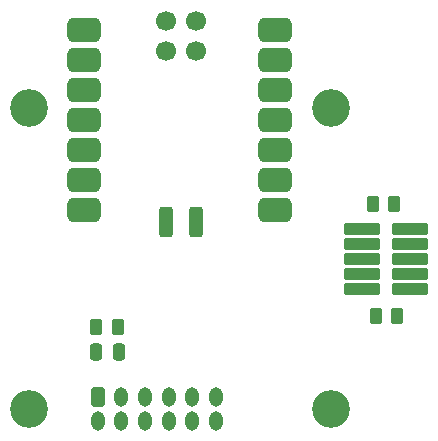
<source format=gbr>
%TF.GenerationSoftware,KiCad,Pcbnew,8.0.8*%
%TF.CreationDate,2025-05-27T15:32:41+02:00*%
%TF.ProjectId,gFocus,67466f63-7573-42e6-9b69-6361645f7063,rev?*%
%TF.SameCoordinates,Original*%
%TF.FileFunction,Soldermask,Top*%
%TF.FilePolarity,Negative*%
%FSLAX46Y46*%
G04 Gerber Fmt 4.6, Leading zero omitted, Abs format (unit mm)*
G04 Created by KiCad (PCBNEW 8.0.8) date 2025-05-27 15:32:41*
%MOMM*%
%LPD*%
G01*
G04 APERTURE LIST*
G04 Aperture macros list*
%AMRoundRect*
0 Rectangle with rounded corners*
0 $1 Rounding radius*
0 $2 $3 $4 $5 $6 $7 $8 $9 X,Y pos of 4 corners*
0 Add a 4 corners polygon primitive as box body*
4,1,4,$2,$3,$4,$5,$6,$7,$8,$9,$2,$3,0*
0 Add four circle primitives for the rounded corners*
1,1,$1+$1,$2,$3*
1,1,$1+$1,$4,$5*
1,1,$1+$1,$6,$7*
1,1,$1+$1,$8,$9*
0 Add four rect primitives between the rounded corners*
20,1,$1+$1,$2,$3,$4,$5,0*
20,1,$1+$1,$4,$5,$6,$7,0*
20,1,$1+$1,$6,$7,$8,$9,0*
20,1,$1+$1,$8,$9,$2,$3,0*%
G04 Aperture macros list end*
%ADD10RoundRect,0.525400X-0.900400X-0.525400X0.900400X-0.525400X0.900400X0.525400X-0.900400X0.525400X0*%
%ADD11RoundRect,0.300400X0.300400X-1.000400X0.300400X1.000400X-0.300400X1.000400X-0.300400X-1.000400X0*%
%ADD12C,1.700000*%
%ADD13C,3.200000*%
%ADD14RoundRect,0.250000X0.262500X0.450000X-0.262500X0.450000X-0.262500X-0.450000X0.262500X-0.450000X0*%
%ADD15RoundRect,0.102000X1.395000X-0.370000X1.395000X0.370000X-1.395000X0.370000X-1.395000X-0.370000X0*%
%ADD16RoundRect,0.250000X-0.262500X-0.450000X0.262500X-0.450000X0.262500X0.450000X-0.262500X0.450000X0*%
%ADD17RoundRect,0.250000X0.250000X0.475000X-0.250000X0.475000X-0.250000X-0.475000X0.250000X-0.475000X0*%
%ADD18RoundRect,0.250000X-0.350000X-0.575000X0.350000X-0.575000X0.350000X0.575000X-0.350000X0.575000X0*%
%ADD19O,1.200000X1.650000*%
G04 APERTURE END LIST*
D10*
%TO.C,U7*%
X137812006Y-78280000D03*
X137812006Y-80820000D03*
X137812006Y-83360000D03*
X137812006Y-85900000D03*
X137812006Y-88440000D03*
X137812006Y-90980000D03*
X137812006Y-93520000D03*
X153977006Y-93520000D03*
X153977006Y-90980000D03*
X153977006Y-88440000D03*
X153977006Y-85900000D03*
X153977006Y-83360000D03*
X153977006Y-80820000D03*
X153977006Y-78280000D03*
D11*
X144724006Y-94539700D03*
X147264006Y-94539700D03*
D12*
X144724006Y-77521700D03*
X147264006Y-77521700D03*
X144724006Y-80061700D03*
X147264006Y-80061700D03*
%TD*%
D13*
%TO.C,H2*%
X158650000Y-110400000D03*
%TD*%
D14*
%TO.C,R7*%
X162225000Y-93025000D03*
X164050000Y-93025000D03*
%TD*%
D13*
%TO.C,H1*%
X133150000Y-110400000D03*
%TD*%
%TO.C,H3*%
X158650000Y-84900000D03*
%TD*%
%TO.C,H4*%
X133150000Y-84900000D03*
%TD*%
D15*
%TO.C,J1*%
X161337500Y-95195000D03*
X165407500Y-95195000D03*
X161337500Y-96465000D03*
X165407500Y-96465000D03*
X161337500Y-97735000D03*
X165407500Y-97735000D03*
X161337500Y-99005000D03*
X165407500Y-99005000D03*
X161337500Y-100275000D03*
X165407500Y-100275000D03*
%TD*%
D14*
%TO.C,R6*%
X162475000Y-102500000D03*
X164300000Y-102500000D03*
%TD*%
D16*
%TO.C,R5*%
X138825000Y-103500000D03*
X140650000Y-103500000D03*
%TD*%
D17*
%TO.C,C15*%
X140700000Y-105600000D03*
X138800000Y-105600000D03*
%TD*%
D18*
%TO.C,J3*%
X138945000Y-109400000D03*
D19*
X138945000Y-111400000D03*
X140945000Y-109400000D03*
X140945000Y-111400000D03*
X142945000Y-109400000D03*
X142945000Y-111400000D03*
X144945000Y-109400000D03*
X144945000Y-111400000D03*
X146945000Y-109400000D03*
X146945000Y-111400000D03*
X148945000Y-109400000D03*
X148945000Y-111400000D03*
%TD*%
M02*

</source>
